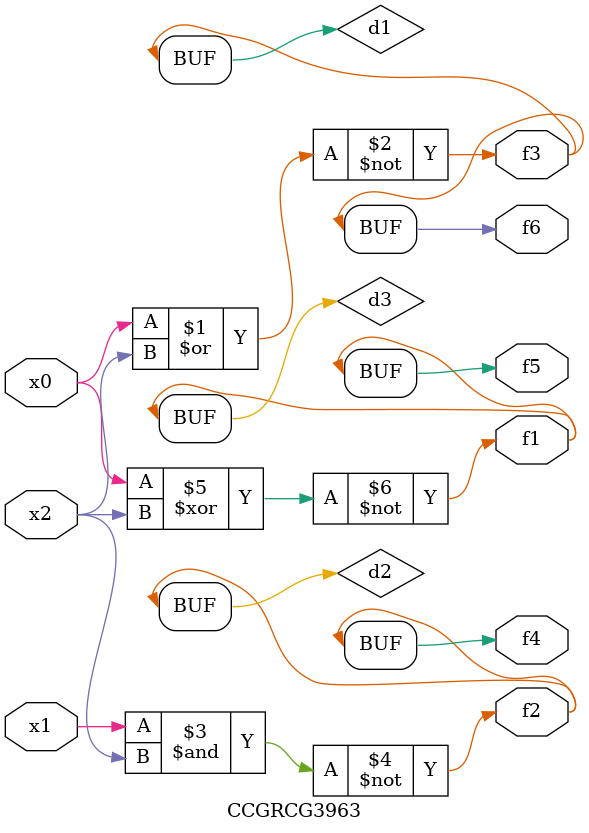
<source format=v>
module CCGRCG3963(
	input x0, x1, x2,
	output f1, f2, f3, f4, f5, f6
);

	wire d1, d2, d3;

	nor (d1, x0, x2);
	nand (d2, x1, x2);
	xnor (d3, x0, x2);
	assign f1 = d3;
	assign f2 = d2;
	assign f3 = d1;
	assign f4 = d2;
	assign f5 = d3;
	assign f6 = d1;
endmodule

</source>
